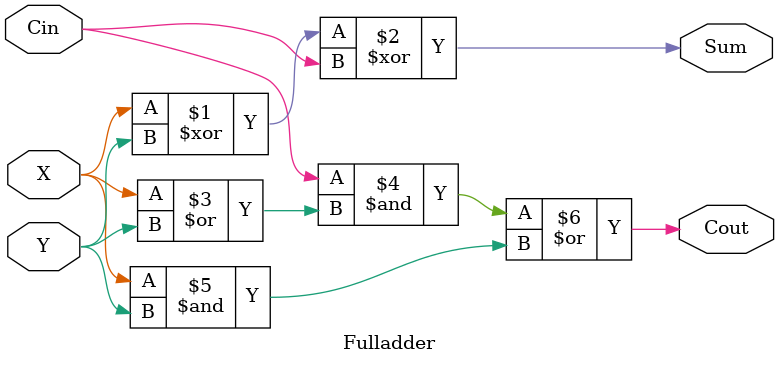
<source format=v>
module Fulladder(X,Y,Cin,Cout,Sum);

//input decalaration
	
	//Declaration of X,Y to perform 1-bit addition operations
	input X,Y;
	
	//Declare Carry in
	input Cin;

//Output declaration

	//Cout declaration for place-round output of 1-bit operations
	output Cout;

	//Sum declaration to express the addition result of the 1-bit operation
	output Sum;

	//Equation to express Sum   (use XOR gate)
	assign Sum=X^Y^Cin;
	//Equation to determine whether Carry is present
	assign Cout=Cin&(X|Y)|(X&Y);
endmodule

</source>
